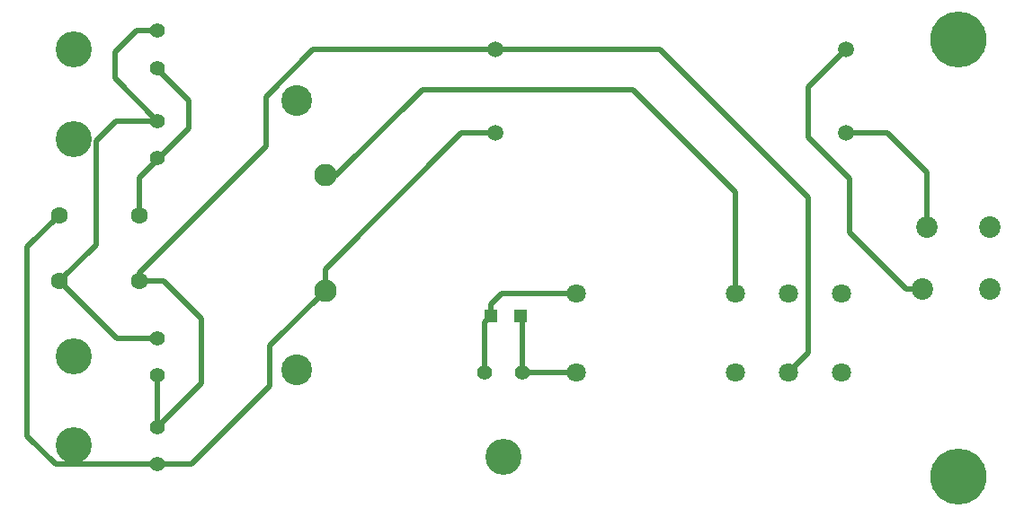
<source format=gbr>
G04 #@! TF.FileFunction,Copper,L1,Top,Signal*
%FSLAX46Y46*%
G04 Gerber Fmt 4.6, Leading zero omitted, Abs format (unit mm)*
G04 Created by KiCad (PCBNEW 4.0.7-e2-6376~58~ubuntu16.04.1) date Thu Mar  8 23:26:20 2018*
%MOMM*%
%LPD*%
G01*
G04 APERTURE LIST*
%ADD10C,0.100000*%
%ADD11C,2.120000*%
%ADD12C,2.900000*%
%ADD13C,1.500000*%
%ADD14C,2.020000*%
%ADD15C,5.280000*%
%ADD16C,1.800000*%
%ADD17R,1.200000X1.200000*%
%ADD18C,1.600000*%
%ADD19C,1.397000*%
%ADD20C,3.400000*%
%ADD21C,0.508000*%
G04 APERTURE END LIST*
D10*
D11*
X129286000Y-56007000D03*
X129286000Y-45107000D03*
D12*
X126616000Y-63500000D03*
X126616000Y-38100000D03*
D13*
X178308000Y-33274000D03*
X145308000Y-33274000D03*
D14*
X185564000Y-55880000D03*
X186000000Y-50040000D03*
X191850000Y-50040000D03*
X191850000Y-55880000D03*
D15*
X188930000Y-32350000D03*
X188930000Y-73570000D03*
D16*
X172908000Y-56254000D03*
X172908000Y-63754000D03*
X167908000Y-63754000D03*
X152908000Y-63754000D03*
X152908000Y-56254000D03*
X167908000Y-56254000D03*
X177908000Y-63754000D03*
X177908000Y-56254000D03*
D17*
X144904000Y-58420000D03*
X147704000Y-58420000D03*
D18*
X104267000Y-55118000D03*
X111767000Y-55128000D03*
X111760000Y-48895000D03*
X104260000Y-48885000D03*
D19*
X113500000Y-35000000D03*
X113500000Y-31500000D03*
D20*
X105590000Y-33250000D03*
D19*
X113500000Y-72390000D03*
X113500000Y-68890000D03*
D20*
X105590000Y-70640000D03*
D19*
X147828000Y-63754000D03*
X144328000Y-63754000D03*
D20*
X146078000Y-71664000D03*
D19*
X113500000Y-43500000D03*
X113500000Y-40000000D03*
D20*
X105590000Y-41750000D03*
D19*
X113500000Y-64000000D03*
X113500000Y-60500000D03*
D20*
X105590000Y-62250000D03*
D13*
X178308000Y-41148000D03*
X145308000Y-41148000D03*
D21*
X144328000Y-63754000D02*
X144328000Y-58996000D01*
X145930000Y-56254000D02*
X152908000Y-56254000D01*
X144904000Y-57280000D02*
X145930000Y-56254000D01*
X144328000Y-58996000D02*
X144904000Y-58420000D01*
X144904000Y-58420000D02*
X144904000Y-57280000D01*
X147828000Y-63754000D02*
X147828000Y-58544000D01*
X147828000Y-58544000D02*
X147704000Y-58420000D01*
X147704000Y-58420000D02*
X147704000Y-58550000D01*
X147828000Y-63754000D02*
X152908000Y-63754000D01*
X113500000Y-40000000D02*
X109606000Y-40000000D01*
X107696000Y-51689000D02*
X104267000Y-55118000D01*
X107696000Y-41910000D02*
X107696000Y-51689000D01*
X109606000Y-40000000D02*
X107696000Y-41910000D01*
X113500000Y-60500000D02*
X109649000Y-60500000D01*
X109649000Y-60500000D02*
X104267000Y-55118000D01*
X113500000Y-40000000D02*
X113500000Y-40297000D01*
X113500000Y-31500000D02*
X111502000Y-31500000D01*
X109474000Y-35974000D02*
X113500000Y-40000000D01*
X109474000Y-33528000D02*
X109474000Y-35974000D01*
X111502000Y-31500000D02*
X109474000Y-33528000D01*
X111767000Y-55128000D02*
X111767000Y-54349000D01*
X111767000Y-54349000D02*
X123698000Y-42418000D01*
X128143000Y-33274000D02*
X145308000Y-33274000D01*
X123698000Y-37719000D02*
X128143000Y-33274000D01*
X123698000Y-42418000D02*
X123698000Y-37719000D01*
X111767000Y-55128000D02*
X114056000Y-55128000D01*
X117602000Y-64788000D02*
X113500000Y-68890000D01*
X117602000Y-58674000D02*
X117602000Y-64788000D01*
X114056000Y-55128000D02*
X117602000Y-58674000D01*
X113500000Y-68890000D02*
X113500000Y-64000000D01*
X145308000Y-33274000D02*
X160782000Y-33274000D01*
X160782000Y-33274000D02*
X174752000Y-47244000D01*
X174752000Y-47244000D02*
X174752000Y-61910000D01*
X174752000Y-61910000D02*
X172908000Y-63754000D01*
X111760000Y-48895000D02*
X111760000Y-45409000D01*
X111760000Y-45409000D02*
X113500000Y-43669000D01*
X113500000Y-35000000D02*
X113500000Y-35141000D01*
X113500000Y-35141000D02*
X116459000Y-38100000D01*
X116459000Y-38100000D02*
X116459000Y-40710000D01*
X116459000Y-40710000D02*
X113500000Y-43669000D01*
X113500000Y-72390000D02*
X103886000Y-72390000D01*
X101219000Y-51926000D02*
X104260000Y-48885000D01*
X101219000Y-69723000D02*
X101219000Y-51926000D01*
X103886000Y-72390000D02*
X101219000Y-69723000D01*
X145308000Y-41148000D02*
X142113000Y-41148000D01*
X129286000Y-53975000D02*
X129286000Y-56007000D01*
X142113000Y-41148000D02*
X129286000Y-53975000D01*
X113500000Y-72390000D02*
X116713000Y-72390000D01*
X124079000Y-61214000D02*
X129286000Y-56007000D01*
X124079000Y-65024000D02*
X124079000Y-61214000D01*
X116713000Y-72390000D02*
X124079000Y-65024000D01*
X178308000Y-41148000D02*
X182245000Y-41148000D01*
X186000000Y-44903000D02*
X186000000Y-50040000D01*
X182245000Y-41148000D02*
X186000000Y-44903000D01*
X185564000Y-55880000D02*
X184023000Y-55880000D01*
X174752000Y-36830000D02*
X178308000Y-33274000D01*
X174752000Y-41529000D02*
X174752000Y-36830000D01*
X178689000Y-45466000D02*
X174752000Y-41529000D01*
X178689000Y-50546000D02*
X178689000Y-45466000D01*
X184023000Y-55880000D02*
X178689000Y-50546000D01*
X178308000Y-33274000D02*
X178308000Y-33528000D01*
X128778000Y-45234000D02*
X130280000Y-45234000D01*
X167908000Y-46750000D02*
X167908000Y-56254000D01*
X158242000Y-37084000D02*
X167908000Y-46750000D01*
X138430000Y-37084000D02*
X158242000Y-37084000D01*
X130280000Y-45234000D02*
X138430000Y-37084000D01*
X128778000Y-45234000D02*
X128778000Y-45212000D01*
M02*

</source>
